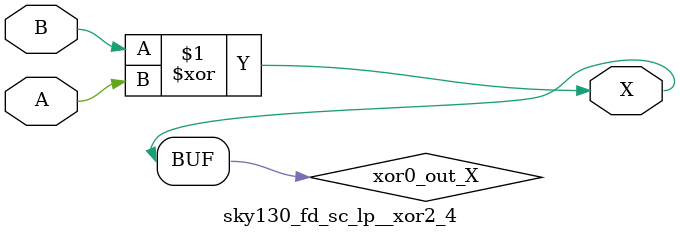
<source format=v>
/*
 * Copyright 2020 The SkyWater PDK Authors
 *
 * Licensed under the Apache License, Version 2.0 (the "License");
 * you may not use this file except in compliance with the License.
 * You may obtain a copy of the License at
 *
 *     https://www.apache.org/licenses/LICENSE-2.0
 *
 * Unless required by applicable law or agreed to in writing, software
 * distributed under the License is distributed on an "AS IS" BASIS,
 * WITHOUT WARRANTIES OR CONDITIONS OF ANY KIND, either express or implied.
 * See the License for the specific language governing permissions and
 * limitations under the License.
 *
 * SPDX-License-Identifier: Apache-2.0
*/


`ifndef SKY130_FD_SC_LP__XOR2_4_FUNCTIONAL_V
`define SKY130_FD_SC_LP__XOR2_4_FUNCTIONAL_V

/**
 * xor2: 2-input exclusive OR.
 *
 *       X = A ^ B
 *
 * Verilog simulation functional model.
 */

`timescale 1ns / 1ps
`default_nettype none

`celldefine
module sky130_fd_sc_lp__xor2_4 (
    X,
    A,
    B
);

    // Module ports
    output X;
    input  A;
    input  B;

    // Local signals
    wire xor0_out_X;

    //  Name  Output      Other arguments
    xor xor0 (xor0_out_X, B, A           );
    buf buf0 (X         , xor0_out_X     );

endmodule
`endcelldefine

`default_nettype wire
`endif  // SKY130_FD_SC_LP__XOR2_4_FUNCTIONAL_V

</source>
